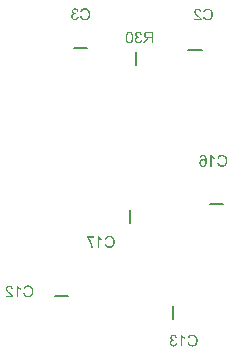
<source format=gbo>
G04*
G04 #@! TF.GenerationSoftware,Altium Limited,Altium Designer,20.0.10 (225)*
G04*
G04 Layer_Color=32896*
%FSLAX24Y24*%
%MOIN*%
G70*
G01*
G75*
%ADD12C,0.0079*%
G36*
X25604Y22604D02*
X25619Y22601D01*
X25632Y22597D01*
X25643Y22592D01*
X25648Y22590D01*
X25652Y22587D01*
X25656Y22585D01*
X25658Y22583D01*
X25661Y22581D01*
X25662Y22580D01*
X25663Y22580D01*
X25664Y22579D01*
X25674Y22568D01*
X25683Y22557D01*
X25689Y22545D01*
X25695Y22532D01*
X25698Y22522D01*
X25700Y22517D01*
X25701Y22514D01*
X25702Y22510D01*
X25702Y22508D01*
X25703Y22506D01*
Y22506D01*
X25656Y22497D01*
X25653Y22510D01*
X25650Y22520D01*
X25646Y22529D01*
X25642Y22536D01*
X25638Y22542D01*
X25635Y22546D01*
X25633Y22548D01*
X25632Y22549D01*
X25625Y22555D01*
X25617Y22559D01*
X25610Y22562D01*
X25603Y22564D01*
X25596Y22565D01*
X25591Y22566D01*
X25587D01*
X25577Y22566D01*
X25568Y22563D01*
X25560Y22561D01*
X25553Y22558D01*
X25548Y22555D01*
X25545Y22552D01*
X25542Y22550D01*
X25541Y22549D01*
X25535Y22542D01*
X25531Y22535D01*
X25528Y22528D01*
X25526Y22521D01*
X25525Y22515D01*
X25523Y22511D01*
Y22507D01*
Y22507D01*
Y22506D01*
Y22500D01*
X25525Y22495D01*
X25527Y22485D01*
X25531Y22477D01*
X25536Y22470D01*
X25540Y22465D01*
X25544Y22461D01*
X25547Y22459D01*
X25547Y22458D01*
X25548D01*
X25557Y22453D01*
X25566Y22449D01*
X25576Y22446D01*
X25584Y22445D01*
X25591Y22444D01*
X25597Y22442D01*
X25604D01*
X25607Y22443D01*
X25609D01*
X25615Y22401D01*
X25608Y22403D01*
X25601Y22404D01*
X25596Y22405D01*
X25591Y22406D01*
X25587Y22406D01*
X25582D01*
X25570Y22405D01*
X25560Y22403D01*
X25550Y22400D01*
X25542Y22396D01*
X25536Y22392D01*
X25532Y22389D01*
X25529Y22386D01*
X25528Y22385D01*
X25521Y22377D01*
X25515Y22368D01*
X25511Y22359D01*
X25509Y22350D01*
X25507Y22343D01*
X25507Y22337D01*
X25506Y22335D01*
Y22333D01*
Y22332D01*
Y22331D01*
X25507Y22319D01*
X25510Y22308D01*
X25513Y22299D01*
X25518Y22290D01*
X25522Y22284D01*
X25526Y22279D01*
X25528Y22275D01*
X25530Y22274D01*
X25538Y22267D01*
X25548Y22261D01*
X25557Y22257D01*
X25566Y22254D01*
X25574Y22253D01*
X25580Y22252D01*
X25582Y22252D01*
X25586D01*
X25596Y22252D01*
X25605Y22254D01*
X25613Y22257D01*
X25620Y22260D01*
X25626Y22263D01*
X25630Y22266D01*
X25632Y22268D01*
X25633Y22269D01*
X25640Y22277D01*
X25646Y22285D01*
X25651Y22295D01*
X25654Y22305D01*
X25657Y22313D01*
X25658Y22317D01*
X25659Y22320D01*
X25659Y22323D01*
X25660Y22325D01*
X25661Y22326D01*
Y22327D01*
X25708Y22321D01*
X25707Y22312D01*
X25705Y22304D01*
X25700Y22288D01*
X25694Y22275D01*
X25691Y22269D01*
X25687Y22264D01*
X25684Y22259D01*
X25681Y22255D01*
X25678Y22251D01*
X25675Y22248D01*
X25673Y22246D01*
X25672Y22244D01*
X25671Y22243D01*
X25670Y22243D01*
X25663Y22238D01*
X25657Y22233D01*
X25650Y22229D01*
X25643Y22225D01*
X25629Y22220D01*
X25616Y22217D01*
X25609Y22215D01*
X25604Y22214D01*
X25599Y22214D01*
X25594Y22213D01*
X25591Y22213D01*
X25586D01*
X25576Y22213D01*
X25566Y22214D01*
X25557Y22216D01*
X25548Y22218D01*
X25540Y22221D01*
X25532Y22224D01*
X25525Y22227D01*
X25519Y22230D01*
X25513Y22233D01*
X25508Y22237D01*
X25503Y22239D01*
X25500Y22242D01*
X25497Y22244D01*
X25495Y22246D01*
X25494Y22247D01*
X25493Y22248D01*
X25487Y22254D01*
X25481Y22262D01*
X25476Y22269D01*
X25472Y22276D01*
X25468Y22283D01*
X25465Y22290D01*
X25461Y22303D01*
X25460Y22309D01*
X25459Y22315D01*
X25457Y22320D01*
X25457Y22324D01*
X25456Y22328D01*
Y22330D01*
Y22332D01*
Y22333D01*
X25457Y22346D01*
X25459Y22358D01*
X25462Y22369D01*
X25466Y22378D01*
X25469Y22385D01*
X25472Y22390D01*
X25475Y22394D01*
X25475Y22395D01*
X25483Y22403D01*
X25491Y22410D01*
X25500Y22416D01*
X25509Y22420D01*
X25517Y22424D01*
X25523Y22426D01*
X25525Y22426D01*
X25527Y22427D01*
X25528Y22427D01*
X25528D01*
X25519Y22432D01*
X25511Y22437D01*
X25505Y22443D01*
X25499Y22448D01*
X25495Y22452D01*
X25491Y22456D01*
X25490Y22459D01*
X25489Y22460D01*
X25485Y22467D01*
X25481Y22475D01*
X25478Y22483D01*
X25477Y22490D01*
X25476Y22496D01*
X25475Y22501D01*
Y22504D01*
Y22505D01*
X25476Y22515D01*
X25477Y22524D01*
X25480Y22532D01*
X25482Y22540D01*
X25485Y22546D01*
X25487Y22551D01*
X25489Y22553D01*
X25490Y22555D01*
X25495Y22563D01*
X25502Y22570D01*
X25508Y22576D01*
X25515Y22582D01*
X25521Y22586D01*
X25526Y22589D01*
X25529Y22591D01*
X25530Y22591D01*
X25530D01*
X25540Y22596D01*
X25550Y22599D01*
X25560Y22602D01*
X25569Y22603D01*
X25576Y22605D01*
X25582Y22605D01*
X25596D01*
X25604Y22604D01*
D02*
G37*
G36*
X26076Y22219D02*
X26025D01*
Y22390D01*
X25959D01*
X25953Y22389D01*
X25949D01*
X25945Y22389D01*
X25942Y22388D01*
X25940D01*
X25939Y22388D01*
X25938D01*
X25929Y22385D01*
X25925Y22383D01*
X25922Y22381D01*
X25919Y22380D01*
X25916Y22379D01*
X25915Y22378D01*
X25915Y22378D01*
X25910Y22374D01*
X25906Y22370D01*
X25898Y22362D01*
X25894Y22358D01*
X25891Y22355D01*
X25889Y22353D01*
X25889Y22352D01*
X25883Y22344D01*
X25877Y22336D01*
X25871Y22327D01*
X25865Y22319D01*
X25860Y22311D01*
X25856Y22305D01*
X25854Y22303D01*
X25853Y22301D01*
X25852Y22300D01*
Y22299D01*
X25801Y22219D01*
X25738D01*
X25804Y22324D01*
X25812Y22335D01*
X25819Y22345D01*
X25826Y22353D01*
X25833Y22361D01*
X25838Y22366D01*
X25843Y22371D01*
X25845Y22374D01*
X25846Y22375D01*
X25851Y22378D01*
X25856Y22382D01*
X25866Y22388D01*
X25870Y22390D01*
X25874Y22393D01*
X25876Y22394D01*
X25877Y22394D01*
X25867Y22396D01*
X25858Y22398D01*
X25849Y22400D01*
X25841Y22403D01*
X25834Y22405D01*
X25827Y22409D01*
X25821Y22411D01*
X25815Y22414D01*
X25811Y22418D01*
X25806Y22420D01*
X25803Y22422D01*
X25800Y22425D01*
X25798Y22426D01*
X25796Y22428D01*
X25796Y22429D01*
X25795Y22429D01*
X25791Y22435D01*
X25787Y22440D01*
X25780Y22452D01*
X25775Y22464D01*
X25772Y22475D01*
X25770Y22484D01*
X25769Y22488D01*
Y22492D01*
X25769Y22495D01*
Y22497D01*
Y22498D01*
Y22499D01*
X25769Y22510D01*
X25771Y22521D01*
X25774Y22531D01*
X25777Y22539D01*
X25780Y22546D01*
X25782Y22552D01*
X25784Y22555D01*
X25785Y22556D01*
Y22556D01*
X25792Y22565D01*
X25798Y22573D01*
X25805Y22580D01*
X25812Y22585D01*
X25818Y22588D01*
X25823Y22591D01*
X25826Y22592D01*
X25827Y22593D01*
X25828D01*
X25833Y22595D01*
X25839Y22596D01*
X25851Y22599D01*
X25864Y22601D01*
X25876Y22602D01*
X25888Y22603D01*
X25893D01*
X25898Y22603D01*
X26076D01*
Y22219D01*
D02*
G37*
G36*
X25299Y22604D02*
X25313Y22602D01*
X25325Y22598D01*
X25335Y22594D01*
X25343Y22590D01*
X25346Y22588D01*
X25349Y22586D01*
X25351Y22585D01*
X25353Y22583D01*
X25354Y22582D01*
X25354D01*
X25364Y22573D01*
X25372Y22563D01*
X25380Y22552D01*
X25385Y22542D01*
X25390Y22533D01*
X25392Y22529D01*
X25393Y22525D01*
X25394Y22522D01*
X25395Y22520D01*
X25396Y22519D01*
Y22519D01*
X25398Y22510D01*
X25400Y22502D01*
X25404Y22484D01*
X25406Y22465D01*
X25408Y22448D01*
X25409Y22440D01*
X25409Y22432D01*
Y22426D01*
X25410Y22420D01*
Y22415D01*
Y22411D01*
Y22409D01*
Y22409D01*
X25409Y22389D01*
X25408Y22371D01*
X25406Y22354D01*
X25404Y22339D01*
X25401Y22324D01*
X25397Y22311D01*
X25394Y22300D01*
X25391Y22290D01*
X25387Y22281D01*
X25384Y22273D01*
X25381Y22267D01*
X25378Y22262D01*
X25375Y22257D01*
X25374Y22254D01*
X25372Y22253D01*
X25372Y22252D01*
X25366Y22245D01*
X25359Y22239D01*
X25352Y22234D01*
X25345Y22229D01*
X25338Y22225D01*
X25330Y22222D01*
X25323Y22220D01*
X25316Y22218D01*
X25310Y22216D01*
X25304Y22215D01*
X25298Y22214D01*
X25294Y22213D01*
X25290Y22213D01*
X25284D01*
X25269Y22214D01*
X25255Y22216D01*
X25244Y22220D01*
X25234Y22224D01*
X25225Y22228D01*
X25223Y22230D01*
X25220Y22232D01*
X25218Y22233D01*
X25216Y22234D01*
X25215Y22235D01*
X25215D01*
X25205Y22244D01*
X25197Y22254D01*
X25189Y22265D01*
X25184Y22275D01*
X25179Y22285D01*
X25177Y22289D01*
X25176Y22293D01*
X25175Y22295D01*
X25174Y22298D01*
X25173Y22299D01*
Y22299D01*
X25170Y22308D01*
X25168Y22316D01*
X25165Y22334D01*
X25162Y22352D01*
X25160Y22370D01*
X25160Y22378D01*
X25159Y22385D01*
Y22391D01*
X25159Y22398D01*
Y22402D01*
Y22406D01*
Y22408D01*
Y22409D01*
Y22419D01*
X25159Y22429D01*
Y22438D01*
X25160Y22447D01*
X25161Y22455D01*
X25162Y22462D01*
X25162Y22469D01*
X25163Y22475D01*
X25164Y22481D01*
X25165Y22486D01*
X25165Y22490D01*
X25166Y22493D01*
X25167Y22496D01*
X25167Y22497D01*
X25168Y22499D01*
Y22499D01*
X25171Y22511D01*
X25175Y22522D01*
X25179Y22532D01*
X25183Y22540D01*
X25187Y22547D01*
X25189Y22552D01*
X25191Y22555D01*
X25192Y22556D01*
X25198Y22565D01*
X25204Y22572D01*
X25210Y22578D01*
X25217Y22583D01*
X25222Y22587D01*
X25227Y22590D01*
X25229Y22592D01*
X25230Y22592D01*
X25230D01*
X25239Y22597D01*
X25249Y22600D01*
X25258Y22602D01*
X25266Y22603D01*
X25273Y22605D01*
X25279Y22605D01*
X25284D01*
X25299Y22604D01*
D02*
G37*
G36*
X24272Y15784D02*
X24278Y15775D01*
X24286Y15767D01*
X24292Y15759D01*
X24299Y15752D01*
X24304Y15747D01*
X24306Y15745D01*
X24308Y15743D01*
X24308Y15743D01*
X24309Y15742D01*
X24321Y15733D01*
X24332Y15724D01*
X24343Y15716D01*
X24354Y15710D01*
X24364Y15704D01*
X24368Y15702D01*
X24371Y15700D01*
X24374Y15699D01*
X24376Y15698D01*
X24377Y15697D01*
X24378D01*
Y15652D01*
X24369Y15655D01*
X24361Y15659D01*
X24353Y15663D01*
X24345Y15667D01*
X24338Y15670D01*
X24333Y15673D01*
X24329Y15675D01*
X24329Y15675D01*
X24328D01*
X24318Y15682D01*
X24309Y15688D01*
X24302Y15693D01*
X24296Y15698D01*
X24290Y15702D01*
X24287Y15705D01*
X24284Y15708D01*
X24283Y15708D01*
Y15408D01*
X24236D01*
Y15794D01*
X24267D01*
X24272Y15784D01*
D02*
G37*
G36*
X24634Y15798D02*
X24652Y15795D01*
X24667Y15791D01*
X24675Y15789D01*
X24681Y15787D01*
X24687Y15785D01*
X24693Y15783D01*
X24697Y15781D01*
X24702Y15779D01*
X24705Y15778D01*
X24707Y15776D01*
X24709Y15776D01*
X24709Y15775D01*
X24724Y15766D01*
X24737Y15755D01*
X24748Y15744D01*
X24757Y15733D01*
X24765Y15723D01*
X24767Y15718D01*
X24770Y15714D01*
X24772Y15712D01*
X24773Y15709D01*
X24773Y15708D01*
X24774Y15707D01*
X24782Y15690D01*
X24787Y15672D01*
X24791Y15654D01*
X24794Y15638D01*
X24795Y15631D01*
X24796Y15624D01*
X24796Y15618D01*
Y15613D01*
X24797Y15609D01*
Y15606D01*
Y15603D01*
Y15603D01*
X24796Y15583D01*
X24793Y15563D01*
X24791Y15546D01*
X24788Y15538D01*
X24787Y15531D01*
X24785Y15524D01*
X24783Y15518D01*
X24781Y15512D01*
X24780Y15508D01*
X24778Y15505D01*
X24778Y15502D01*
X24777Y15500D01*
Y15500D01*
X24768Y15483D01*
X24759Y15468D01*
X24749Y15455D01*
X24744Y15450D01*
X24740Y15445D01*
X24735Y15441D01*
X24731Y15437D01*
X24727Y15433D01*
X24723Y15431D01*
X24721Y15429D01*
X24719Y15427D01*
X24718Y15427D01*
X24717Y15426D01*
X24710Y15422D01*
X24702Y15418D01*
X24685Y15412D01*
X24669Y15407D01*
X24652Y15405D01*
X24645Y15404D01*
X24638Y15402D01*
X24632Y15402D01*
X24627D01*
X24622Y15401D01*
X24616D01*
X24605Y15402D01*
X24595Y15403D01*
X24585Y15404D01*
X24575Y15406D01*
X24566Y15409D01*
X24558Y15412D01*
X24550Y15415D01*
X24543Y15418D01*
X24537Y15421D01*
X24531Y15424D01*
X24526Y15426D01*
X24522Y15429D01*
X24519Y15431D01*
X24516Y15432D01*
X24515Y15433D01*
X24515Y15434D01*
X24507Y15441D01*
X24500Y15447D01*
X24494Y15455D01*
X24488Y15463D01*
X24478Y15478D01*
X24470Y15494D01*
X24467Y15501D01*
X24464Y15508D01*
X24462Y15514D01*
X24460Y15519D01*
X24459Y15523D01*
X24458Y15527D01*
X24457Y15529D01*
Y15530D01*
X24508Y15542D01*
X24510Y15533D01*
X24513Y15525D01*
X24516Y15517D01*
X24519Y15510D01*
X24522Y15503D01*
X24525Y15498D01*
X24529Y15492D01*
X24533Y15487D01*
X24535Y15483D01*
X24539Y15480D01*
X24541Y15476D01*
X24544Y15473D01*
X24546Y15472D01*
X24548Y15470D01*
X24548Y15470D01*
X24549Y15469D01*
X24554Y15465D01*
X24560Y15461D01*
X24573Y15455D01*
X24584Y15451D01*
X24596Y15448D01*
X24606Y15446D01*
X24610Y15445D01*
X24614D01*
X24617Y15445D01*
X24621D01*
X24634Y15445D01*
X24646Y15447D01*
X24657Y15450D01*
X24667Y15453D01*
X24675Y15457D01*
X24678Y15458D01*
X24681Y15460D01*
X24683Y15461D01*
X24685Y15462D01*
X24686Y15462D01*
X24686D01*
X24697Y15470D01*
X24706Y15478D01*
X24714Y15488D01*
X24720Y15497D01*
X24725Y15505D01*
X24728Y15511D01*
X24729Y15514D01*
X24730Y15516D01*
X24731Y15517D01*
Y15517D01*
X24735Y15532D01*
X24738Y15546D01*
X24741Y15561D01*
X24743Y15574D01*
X24743Y15580D01*
X24744Y15586D01*
Y15591D01*
X24745Y15594D01*
Y15598D01*
Y15601D01*
Y15602D01*
Y15603D01*
X24744Y15617D01*
X24743Y15631D01*
X24741Y15643D01*
X24738Y15654D01*
X24737Y15663D01*
X24736Y15667D01*
X24735Y15670D01*
X24734Y15673D01*
X24733Y15675D01*
X24733Y15676D01*
Y15677D01*
X24727Y15689D01*
X24721Y15701D01*
X24715Y15710D01*
X24707Y15719D01*
X24701Y15725D01*
X24696Y15730D01*
X24692Y15733D01*
X24692Y15734D01*
X24691D01*
X24680Y15741D01*
X24667Y15747D01*
X24655Y15750D01*
X24643Y15753D01*
X24632Y15754D01*
X24628Y15755D01*
X24624D01*
X24621Y15755D01*
X24617D01*
X24603Y15755D01*
X24590Y15753D01*
X24580Y15749D01*
X24570Y15746D01*
X24563Y15742D01*
X24558Y15739D01*
X24554Y15737D01*
X24553Y15736D01*
X24544Y15728D01*
X24536Y15718D01*
X24529Y15708D01*
X24524Y15698D01*
X24519Y15689D01*
X24518Y15685D01*
X24516Y15682D01*
X24515Y15679D01*
X24514Y15677D01*
X24514Y15675D01*
Y15675D01*
X24464Y15687D01*
X24467Y15697D01*
X24470Y15705D01*
X24475Y15714D01*
X24479Y15722D01*
X24483Y15729D01*
X24488Y15736D01*
X24493Y15743D01*
X24497Y15748D01*
X24501Y15753D01*
X24505Y15757D01*
X24509Y15761D01*
X24512Y15764D01*
X24515Y15767D01*
X24517Y15768D01*
X24518Y15769D01*
X24519Y15769D01*
X24526Y15774D01*
X24534Y15779D01*
X24542Y15783D01*
X24550Y15786D01*
X24567Y15791D01*
X24582Y15795D01*
X24589Y15796D01*
X24595Y15797D01*
X24601Y15798D01*
X24606Y15798D01*
X24610Y15799D01*
X24616D01*
X24634Y15798D01*
D02*
G37*
G36*
X24112Y15742D02*
X23924D01*
X23937Y15725D01*
X23950Y15708D01*
X23961Y15692D01*
X23971Y15675D01*
X23976Y15668D01*
X23980Y15662D01*
X23984Y15655D01*
X23986Y15651D01*
X23989Y15646D01*
X23990Y15643D01*
X23991Y15641D01*
X23992Y15641D01*
X24003Y15618D01*
X24013Y15596D01*
X24021Y15575D01*
X24025Y15566D01*
X24028Y15556D01*
X24031Y15548D01*
X24034Y15540D01*
X24036Y15533D01*
X24038Y15528D01*
X24039Y15523D01*
X24040Y15520D01*
X24041Y15517D01*
Y15517D01*
X24046Y15494D01*
X24049Y15483D01*
X24050Y15473D01*
X24052Y15463D01*
X24054Y15454D01*
X24055Y15446D01*
X24056Y15438D01*
X24056Y15432D01*
X24057Y15426D01*
X24057Y15420D01*
Y15416D01*
X24058Y15412D01*
Y15410D01*
Y15409D01*
Y15408D01*
X24010D01*
X24008Y15429D01*
X24005Y15448D01*
X24003Y15466D01*
X24001Y15475D01*
X23999Y15482D01*
X23998Y15489D01*
X23996Y15495D01*
X23995Y15501D01*
X23994Y15505D01*
X23993Y15508D01*
X23993Y15511D01*
X23992Y15513D01*
Y15513D01*
X23984Y15539D01*
X23975Y15563D01*
X23970Y15574D01*
X23966Y15586D01*
X23961Y15596D01*
X23956Y15606D01*
X23953Y15614D01*
X23949Y15622D01*
X23945Y15629D01*
X23943Y15635D01*
X23940Y15640D01*
X23938Y15643D01*
X23937Y15646D01*
X23937Y15646D01*
X23930Y15658D01*
X23923Y15669D01*
X23917Y15680D01*
X23910Y15690D01*
X23904Y15699D01*
X23898Y15708D01*
X23892Y15715D01*
X23887Y15722D01*
X23882Y15729D01*
X23877Y15734D01*
X23873Y15739D01*
X23869Y15743D01*
X23867Y15746D01*
X23865Y15748D01*
X23864Y15749D01*
X23863Y15750D01*
Y15787D01*
X24112D01*
Y15742D01*
D02*
G37*
G36*
X28022Y18484D02*
X28028Y18475D01*
X28036Y18467D01*
X28042Y18459D01*
X28049Y18452D01*
X28054Y18447D01*
X28056Y18445D01*
X28058Y18443D01*
X28058Y18443D01*
X28059Y18442D01*
X28071Y18433D01*
X28082Y18424D01*
X28093Y18416D01*
X28104Y18410D01*
X28114Y18404D01*
X28118Y18402D01*
X28121Y18400D01*
X28124Y18399D01*
X28126Y18398D01*
X28127Y18397D01*
X28128D01*
Y18352D01*
X28119Y18355D01*
X28111Y18359D01*
X28103Y18363D01*
X28095Y18367D01*
X28088Y18370D01*
X28083Y18373D01*
X28079Y18375D01*
X28079Y18375D01*
X28078D01*
X28068Y18382D01*
X28059Y18388D01*
X28052Y18393D01*
X28046Y18398D01*
X28040Y18402D01*
X28037Y18405D01*
X28034Y18408D01*
X28033Y18408D01*
Y18108D01*
X27986D01*
Y18494D01*
X28017D01*
X28022Y18484D01*
D02*
G37*
G36*
X27740Y18493D02*
X27751Y18492D01*
X27761Y18490D01*
X27770Y18487D01*
X27779Y18483D01*
X27787Y18480D01*
X27794Y18475D01*
X27801Y18471D01*
X27806Y18468D01*
X27812Y18463D01*
X27816Y18460D01*
X27820Y18457D01*
X27822Y18453D01*
X27825Y18451D01*
X27826Y18450D01*
X27826Y18449D01*
X27834Y18439D01*
X27840Y18428D01*
X27845Y18415D01*
X27850Y18403D01*
X27854Y18389D01*
X27857Y18376D01*
X27860Y18362D01*
X27862Y18349D01*
X27864Y18337D01*
X27865Y18325D01*
X27866Y18314D01*
X27867Y18306D01*
Y18298D01*
X27867Y18292D01*
Y18290D01*
Y18288D01*
Y18288D01*
Y18287D01*
X27867Y18269D01*
X27866Y18253D01*
X27864Y18237D01*
X27861Y18223D01*
X27859Y18210D01*
X27856Y18198D01*
X27852Y18188D01*
X27849Y18178D01*
X27845Y18171D01*
X27842Y18163D01*
X27839Y18158D01*
X27836Y18153D01*
X27834Y18149D01*
X27832Y18147D01*
X27831Y18145D01*
X27830Y18145D01*
X27823Y18137D01*
X27815Y18130D01*
X27807Y18125D01*
X27800Y18120D01*
X27791Y18115D01*
X27784Y18112D01*
X27776Y18109D01*
X27768Y18107D01*
X27761Y18105D01*
X27755Y18104D01*
X27749Y18102D01*
X27744Y18102D01*
X27740D01*
X27737Y18101D01*
X27734D01*
X27721Y18102D01*
X27710Y18104D01*
X27699Y18106D01*
X27690Y18110D01*
X27683Y18112D01*
X27677Y18115D01*
X27675Y18116D01*
X27673Y18117D01*
X27673Y18117D01*
X27672D01*
X27663Y18124D01*
X27654Y18132D01*
X27647Y18140D01*
X27640Y18147D01*
X27635Y18155D01*
X27632Y18160D01*
X27631Y18162D01*
X27630Y18164D01*
X27629Y18165D01*
Y18165D01*
X27624Y18177D01*
X27620Y18189D01*
X27617Y18200D01*
X27615Y18211D01*
X27614Y18220D01*
Y18223D01*
X27613Y18226D01*
Y18229D01*
Y18231D01*
Y18232D01*
Y18232D01*
X27614Y18242D01*
X27615Y18252D01*
X27617Y18261D01*
X27618Y18269D01*
X27621Y18277D01*
X27624Y18285D01*
X27627Y18292D01*
X27630Y18298D01*
X27633Y18303D01*
X27636Y18308D01*
X27639Y18312D01*
X27642Y18316D01*
X27643Y18319D01*
X27645Y18321D01*
X27646Y18322D01*
X27647Y18322D01*
X27653Y18328D01*
X27659Y18334D01*
X27667Y18338D01*
X27673Y18342D01*
X27680Y18346D01*
X27687Y18349D01*
X27699Y18353D01*
X27705Y18354D01*
X27710Y18355D01*
X27715Y18356D01*
X27719Y18357D01*
X27723Y18357D01*
X27727D01*
X27737Y18357D01*
X27746Y18355D01*
X27755Y18353D01*
X27763Y18351D01*
X27770Y18348D01*
X27775Y18347D01*
X27778Y18345D01*
X27779Y18344D01*
X27779D01*
X27788Y18339D01*
X27796Y18333D01*
X27803Y18327D01*
X27809Y18320D01*
X27814Y18314D01*
X27817Y18310D01*
X27820Y18307D01*
X27820Y18306D01*
Y18316D01*
X27820Y18326D01*
X27819Y18335D01*
X27818Y18344D01*
X27817Y18352D01*
X27816Y18359D01*
X27815Y18365D01*
X27814Y18372D01*
X27812Y18377D01*
X27811Y18382D01*
X27810Y18385D01*
X27810Y18389D01*
X27809Y18391D01*
X27808Y18393D01*
X27807Y18394D01*
Y18394D01*
X27802Y18405D01*
X27796Y18415D01*
X27790Y18423D01*
X27785Y18430D01*
X27780Y18435D01*
X27776Y18439D01*
X27773Y18442D01*
X27772Y18442D01*
X27765Y18447D01*
X27759Y18449D01*
X27752Y18452D01*
X27745Y18453D01*
X27740Y18454D01*
X27736Y18455D01*
X27732D01*
X27722Y18454D01*
X27713Y18452D01*
X27705Y18448D01*
X27698Y18445D01*
X27692Y18441D01*
X27688Y18438D01*
X27686Y18435D01*
X27685Y18434D01*
X27681Y18429D01*
X27677Y18423D01*
X27674Y18417D01*
X27672Y18410D01*
X27669Y18404D01*
X27668Y18399D01*
X27667Y18395D01*
X27667Y18395D01*
Y18394D01*
X27619Y18398D01*
X27623Y18414D01*
X27628Y18428D01*
X27633Y18440D01*
X27639Y18450D01*
X27645Y18458D01*
X27648Y18461D01*
X27650Y18464D01*
X27652Y18465D01*
X27654Y18467D01*
X27654Y18468D01*
X27655Y18468D01*
X27660Y18473D01*
X27667Y18476D01*
X27679Y18483D01*
X27691Y18488D01*
X27703Y18490D01*
X27713Y18493D01*
X27718Y18493D01*
X27721D01*
X27725Y18494D01*
X27729D01*
X27740Y18493D01*
D02*
G37*
G36*
X28384Y18498D02*
X28402Y18495D01*
X28417Y18491D01*
X28425Y18489D01*
X28431Y18487D01*
X28437Y18485D01*
X28443Y18483D01*
X28447Y18481D01*
X28452Y18479D01*
X28455Y18478D01*
X28457Y18476D01*
X28459Y18476D01*
X28459Y18475D01*
X28474Y18466D01*
X28487Y18455D01*
X28498Y18444D01*
X28507Y18433D01*
X28515Y18423D01*
X28517Y18418D01*
X28520Y18414D01*
X28522Y18412D01*
X28523Y18409D01*
X28523Y18408D01*
X28524Y18407D01*
X28532Y18390D01*
X28537Y18372D01*
X28541Y18354D01*
X28544Y18338D01*
X28545Y18331D01*
X28546Y18324D01*
X28546Y18318D01*
Y18313D01*
X28547Y18309D01*
Y18306D01*
Y18303D01*
Y18303D01*
X28546Y18283D01*
X28543Y18263D01*
X28541Y18246D01*
X28538Y18238D01*
X28537Y18231D01*
X28535Y18224D01*
X28533Y18218D01*
X28531Y18212D01*
X28530Y18208D01*
X28528Y18205D01*
X28528Y18202D01*
X28527Y18200D01*
Y18200D01*
X28518Y18183D01*
X28509Y18168D01*
X28499Y18155D01*
X28494Y18150D01*
X28490Y18145D01*
X28485Y18141D01*
X28481Y18137D01*
X28477Y18133D01*
X28473Y18131D01*
X28471Y18129D01*
X28469Y18127D01*
X28468Y18127D01*
X28467Y18126D01*
X28460Y18122D01*
X28452Y18118D01*
X28435Y18112D01*
X28419Y18107D01*
X28402Y18105D01*
X28395Y18104D01*
X28388Y18102D01*
X28382Y18102D01*
X28377D01*
X28372Y18101D01*
X28366D01*
X28355Y18102D01*
X28345Y18103D01*
X28335Y18104D01*
X28325Y18106D01*
X28316Y18109D01*
X28308Y18112D01*
X28300Y18115D01*
X28293Y18118D01*
X28287Y18121D01*
X28281Y18124D01*
X28276Y18126D01*
X28272Y18129D01*
X28269Y18131D01*
X28266Y18132D01*
X28265Y18133D01*
X28265Y18134D01*
X28257Y18141D01*
X28250Y18147D01*
X28244Y18155D01*
X28238Y18163D01*
X28228Y18178D01*
X28220Y18194D01*
X28217Y18201D01*
X28214Y18208D01*
X28212Y18214D01*
X28210Y18219D01*
X28209Y18223D01*
X28208Y18227D01*
X28207Y18229D01*
Y18230D01*
X28258Y18242D01*
X28260Y18233D01*
X28263Y18225D01*
X28266Y18217D01*
X28269Y18210D01*
X28272Y18203D01*
X28275Y18198D01*
X28279Y18192D01*
X28283Y18187D01*
X28285Y18183D01*
X28289Y18180D01*
X28291Y18176D01*
X28294Y18173D01*
X28296Y18172D01*
X28298Y18170D01*
X28298Y18170D01*
X28299Y18169D01*
X28304Y18165D01*
X28310Y18161D01*
X28323Y18155D01*
X28334Y18151D01*
X28346Y18148D01*
X28356Y18146D01*
X28360Y18145D01*
X28364D01*
X28367Y18145D01*
X28371D01*
X28384Y18145D01*
X28396Y18147D01*
X28407Y18150D01*
X28417Y18153D01*
X28425Y18157D01*
X28428Y18158D01*
X28431Y18160D01*
X28433Y18161D01*
X28435Y18162D01*
X28436Y18162D01*
X28436D01*
X28447Y18170D01*
X28456Y18178D01*
X28464Y18188D01*
X28470Y18197D01*
X28475Y18205D01*
X28478Y18211D01*
X28479Y18214D01*
X28480Y18216D01*
X28481Y18217D01*
Y18217D01*
X28485Y18232D01*
X28488Y18246D01*
X28491Y18261D01*
X28493Y18274D01*
X28493Y18280D01*
X28494Y18286D01*
Y18291D01*
X28495Y18294D01*
Y18298D01*
Y18301D01*
Y18302D01*
Y18303D01*
X28494Y18317D01*
X28493Y18331D01*
X28491Y18343D01*
X28488Y18354D01*
X28487Y18363D01*
X28486Y18367D01*
X28485Y18370D01*
X28484Y18373D01*
X28483Y18375D01*
X28483Y18376D01*
Y18377D01*
X28477Y18389D01*
X28471Y18401D01*
X28465Y18410D01*
X28457Y18419D01*
X28451Y18425D01*
X28446Y18430D01*
X28442Y18433D01*
X28442Y18434D01*
X28441D01*
X28430Y18441D01*
X28417Y18447D01*
X28405Y18450D01*
X28393Y18453D01*
X28382Y18454D01*
X28378Y18455D01*
X28374D01*
X28371Y18455D01*
X28367D01*
X28353Y18455D01*
X28340Y18453D01*
X28330Y18449D01*
X28320Y18446D01*
X28313Y18442D01*
X28308Y18439D01*
X28304Y18437D01*
X28303Y18436D01*
X28294Y18428D01*
X28286Y18418D01*
X28279Y18408D01*
X28274Y18398D01*
X28269Y18389D01*
X28268Y18385D01*
X28266Y18382D01*
X28265Y18379D01*
X28264Y18377D01*
X28264Y18375D01*
Y18375D01*
X28214Y18387D01*
X28217Y18397D01*
X28220Y18405D01*
X28225Y18414D01*
X28229Y18422D01*
X28233Y18429D01*
X28238Y18436D01*
X28243Y18443D01*
X28247Y18448D01*
X28251Y18453D01*
X28255Y18457D01*
X28259Y18461D01*
X28262Y18464D01*
X28265Y18467D01*
X28267Y18468D01*
X28268Y18469D01*
X28269Y18469D01*
X28276Y18474D01*
X28284Y18479D01*
X28292Y18483D01*
X28300Y18486D01*
X28317Y18491D01*
X28332Y18495D01*
X28339Y18496D01*
X28345Y18497D01*
X28351Y18498D01*
X28356Y18498D01*
X28360Y18499D01*
X28366D01*
X28384Y18498D01*
D02*
G37*
G36*
X26771Y12503D02*
X26786Y12500D01*
X26799Y12495D01*
X26810Y12491D01*
X26815Y12488D01*
X26819Y12486D01*
X26822Y12484D01*
X26825Y12481D01*
X26827Y12480D01*
X26829Y12479D01*
X26830Y12478D01*
X26831Y12478D01*
X26841Y12467D01*
X26850Y12455D01*
X26856Y12443D01*
X26862Y12431D01*
X26865Y12420D01*
X26867Y12416D01*
X26868Y12412D01*
X26869Y12409D01*
X26869Y12407D01*
X26870Y12405D01*
Y12404D01*
X26822Y12396D01*
X26820Y12408D01*
X26817Y12419D01*
X26813Y12428D01*
X26809Y12435D01*
X26805Y12440D01*
X26802Y12444D01*
X26800Y12447D01*
X26799Y12448D01*
X26792Y12453D01*
X26784Y12458D01*
X26777Y12460D01*
X26770Y12463D01*
X26763Y12464D01*
X26758Y12465D01*
X26754D01*
X26744Y12464D01*
X26735Y12462D01*
X26727Y12459D01*
X26720Y12457D01*
X26715Y12453D01*
X26711Y12450D01*
X26709Y12448D01*
X26708Y12448D01*
X26702Y12441D01*
X26698Y12434D01*
X26695Y12427D01*
X26693Y12420D01*
X26692Y12414D01*
X26690Y12409D01*
Y12406D01*
Y12405D01*
Y12405D01*
Y12399D01*
X26692Y12393D01*
X26694Y12384D01*
X26698Y12375D01*
X26703Y12368D01*
X26707Y12363D01*
X26711Y12359D01*
X26714Y12357D01*
X26714Y12357D01*
X26715D01*
X26724Y12352D01*
X26733Y12348D01*
X26743Y12345D01*
X26751Y12343D01*
X26758Y12342D01*
X26764Y12341D01*
X26771D01*
X26774Y12342D01*
X26776D01*
X26782Y12300D01*
X26775Y12302D01*
X26768Y12303D01*
X26763Y12304D01*
X26758Y12304D01*
X26754Y12305D01*
X26749D01*
X26737Y12304D01*
X26726Y12302D01*
X26717Y12298D01*
X26709Y12294D01*
X26703Y12291D01*
X26699Y12287D01*
X26696Y12285D01*
X26695Y12284D01*
X26688Y12276D01*
X26682Y12267D01*
X26678Y12258D01*
X26676Y12249D01*
X26674Y12242D01*
X26674Y12236D01*
X26673Y12233D01*
Y12232D01*
Y12231D01*
Y12230D01*
X26674Y12218D01*
X26677Y12207D01*
X26680Y12197D01*
X26685Y12189D01*
X26689Y12182D01*
X26693Y12177D01*
X26695Y12174D01*
X26697Y12173D01*
X26705Y12165D01*
X26715Y12160D01*
X26724Y12156D01*
X26733Y12153D01*
X26741Y12151D01*
X26747Y12151D01*
X26749Y12150D01*
X26753D01*
X26763Y12151D01*
X26772Y12153D01*
X26780Y12156D01*
X26787Y12159D01*
X26793Y12162D01*
X26797Y12165D01*
X26799Y12167D01*
X26800Y12167D01*
X26807Y12175D01*
X26813Y12184D01*
X26817Y12193D01*
X26821Y12203D01*
X26824Y12212D01*
X26825Y12216D01*
X26826Y12219D01*
X26826Y12222D01*
X26827Y12224D01*
X26827Y12225D01*
Y12226D01*
X26875Y12220D01*
X26874Y12211D01*
X26872Y12202D01*
X26867Y12187D01*
X26861Y12173D01*
X26857Y12168D01*
X26854Y12162D01*
X26851Y12157D01*
X26847Y12153D01*
X26845Y12150D01*
X26842Y12147D01*
X26840Y12145D01*
X26839Y12143D01*
X26837Y12142D01*
X26837Y12141D01*
X26830Y12136D01*
X26824Y12131D01*
X26817Y12127D01*
X26810Y12124D01*
X26796Y12119D01*
X26783Y12115D01*
X26776Y12114D01*
X26771Y12113D01*
X26766Y12112D01*
X26761Y12112D01*
X26758Y12111D01*
X26753D01*
X26743Y12112D01*
X26733Y12113D01*
X26724Y12115D01*
X26715Y12117D01*
X26706Y12120D01*
X26699Y12122D01*
X26692Y12126D01*
X26686Y12129D01*
X26680Y12132D01*
X26675Y12135D01*
X26670Y12138D01*
X26667Y12141D01*
X26664Y12143D01*
X26662Y12145D01*
X26661Y12146D01*
X26660Y12146D01*
X26654Y12153D01*
X26648Y12160D01*
X26643Y12167D01*
X26639Y12175D01*
X26635Y12181D01*
X26632Y12188D01*
X26628Y12202D01*
X26627Y12208D01*
X26625Y12213D01*
X26624Y12218D01*
X26624Y12223D01*
X26623Y12226D01*
Y12229D01*
Y12231D01*
Y12231D01*
X26624Y12245D01*
X26626Y12257D01*
X26629Y12267D01*
X26633Y12276D01*
X26636Y12283D01*
X26639Y12289D01*
X26642Y12292D01*
X26642Y12293D01*
X26650Y12302D01*
X26658Y12309D01*
X26667Y12314D01*
X26676Y12319D01*
X26684Y12322D01*
X26690Y12324D01*
X26692Y12325D01*
X26694Y12326D01*
X26695Y12326D01*
X26695D01*
X26686Y12331D01*
X26678Y12336D01*
X26672Y12342D01*
X26666Y12347D01*
X26662Y12351D01*
X26658Y12355D01*
X26657Y12357D01*
X26656Y12358D01*
X26652Y12366D01*
X26648Y12374D01*
X26645Y12382D01*
X26644Y12389D01*
X26643Y12395D01*
X26642Y12399D01*
Y12403D01*
Y12404D01*
X26643Y12413D01*
X26644Y12423D01*
X26647Y12431D01*
X26649Y12438D01*
X26652Y12444D01*
X26654Y12449D01*
X26656Y12452D01*
X26657Y12453D01*
X26662Y12462D01*
X26669Y12469D01*
X26675Y12475D01*
X26682Y12480D01*
X26688Y12484D01*
X26693Y12488D01*
X26696Y12489D01*
X26697Y12490D01*
X26697D01*
X26707Y12494D01*
X26717Y12498D01*
X26727Y12500D01*
X26736Y12502D01*
X26743Y12503D01*
X26749Y12504D01*
X26763D01*
X26771Y12503D01*
D02*
G37*
G36*
X27032Y12494D02*
X27038Y12485D01*
X27046Y12477D01*
X27052Y12469D01*
X27059Y12462D01*
X27064Y12457D01*
X27066Y12455D01*
X27068Y12453D01*
X27068Y12453D01*
X27069Y12452D01*
X27081Y12443D01*
X27092Y12434D01*
X27103Y12426D01*
X27114Y12420D01*
X27124Y12414D01*
X27128Y12412D01*
X27131Y12410D01*
X27134Y12409D01*
X27136Y12408D01*
X27137Y12407D01*
X27138D01*
Y12362D01*
X27129Y12365D01*
X27121Y12369D01*
X27113Y12373D01*
X27105Y12377D01*
X27098Y12380D01*
X27093Y12383D01*
X27089Y12385D01*
X27089Y12385D01*
X27088D01*
X27078Y12392D01*
X27069Y12398D01*
X27062Y12403D01*
X27056Y12408D01*
X27050Y12412D01*
X27047Y12415D01*
X27044Y12418D01*
X27043Y12418D01*
Y12118D01*
X26996D01*
Y12504D01*
X27027D01*
X27032Y12494D01*
D02*
G37*
G36*
X27394Y12508D02*
X27412Y12505D01*
X27427Y12501D01*
X27435Y12499D01*
X27441Y12497D01*
X27447Y12495D01*
X27453Y12493D01*
X27457Y12491D01*
X27462Y12489D01*
X27465Y12488D01*
X27467Y12486D01*
X27469Y12486D01*
X27469Y12485D01*
X27484Y12476D01*
X27497Y12465D01*
X27508Y12454D01*
X27517Y12443D01*
X27525Y12433D01*
X27527Y12428D01*
X27530Y12424D01*
X27532Y12422D01*
X27533Y12419D01*
X27533Y12418D01*
X27534Y12417D01*
X27542Y12400D01*
X27547Y12382D01*
X27551Y12364D01*
X27554Y12348D01*
X27555Y12341D01*
X27556Y12334D01*
X27556Y12328D01*
Y12323D01*
X27557Y12319D01*
Y12316D01*
Y12313D01*
Y12313D01*
X27556Y12293D01*
X27553Y12273D01*
X27551Y12256D01*
X27548Y12248D01*
X27547Y12241D01*
X27545Y12234D01*
X27543Y12228D01*
X27541Y12222D01*
X27540Y12218D01*
X27538Y12215D01*
X27538Y12212D01*
X27537Y12210D01*
Y12210D01*
X27528Y12193D01*
X27519Y12178D01*
X27509Y12165D01*
X27504Y12160D01*
X27500Y12155D01*
X27495Y12151D01*
X27491Y12147D01*
X27487Y12143D01*
X27483Y12141D01*
X27481Y12139D01*
X27479Y12137D01*
X27478Y12137D01*
X27477Y12136D01*
X27470Y12132D01*
X27462Y12128D01*
X27445Y12122D01*
X27429Y12117D01*
X27412Y12115D01*
X27405Y12114D01*
X27398Y12112D01*
X27392Y12112D01*
X27387D01*
X27382Y12111D01*
X27376D01*
X27365Y12112D01*
X27355Y12113D01*
X27345Y12114D01*
X27335Y12116D01*
X27326Y12119D01*
X27318Y12122D01*
X27310Y12125D01*
X27303Y12128D01*
X27297Y12131D01*
X27291Y12134D01*
X27286Y12136D01*
X27282Y12139D01*
X27279Y12141D01*
X27276Y12142D01*
X27275Y12143D01*
X27275Y12144D01*
X27267Y12151D01*
X27260Y12157D01*
X27254Y12165D01*
X27248Y12173D01*
X27238Y12188D01*
X27230Y12204D01*
X27227Y12211D01*
X27224Y12218D01*
X27222Y12224D01*
X27220Y12229D01*
X27219Y12233D01*
X27218Y12237D01*
X27217Y12239D01*
Y12240D01*
X27268Y12252D01*
X27270Y12243D01*
X27273Y12235D01*
X27276Y12227D01*
X27279Y12220D01*
X27282Y12213D01*
X27285Y12208D01*
X27289Y12202D01*
X27293Y12197D01*
X27295Y12193D01*
X27299Y12190D01*
X27301Y12186D01*
X27304Y12183D01*
X27306Y12182D01*
X27308Y12180D01*
X27308Y12180D01*
X27309Y12179D01*
X27314Y12175D01*
X27320Y12171D01*
X27333Y12165D01*
X27344Y12161D01*
X27356Y12158D01*
X27366Y12156D01*
X27370Y12155D01*
X27374D01*
X27377Y12155D01*
X27381D01*
X27394Y12155D01*
X27406Y12157D01*
X27417Y12160D01*
X27427Y12163D01*
X27435Y12167D01*
X27438Y12168D01*
X27441Y12170D01*
X27443Y12171D01*
X27445Y12172D01*
X27446Y12172D01*
X27446D01*
X27457Y12180D01*
X27466Y12188D01*
X27474Y12198D01*
X27480Y12207D01*
X27485Y12215D01*
X27488Y12221D01*
X27489Y12224D01*
X27490Y12226D01*
X27491Y12227D01*
Y12227D01*
X27495Y12242D01*
X27498Y12256D01*
X27501Y12271D01*
X27503Y12284D01*
X27503Y12290D01*
X27504Y12296D01*
Y12301D01*
X27505Y12304D01*
Y12308D01*
Y12311D01*
Y12312D01*
Y12313D01*
X27504Y12327D01*
X27503Y12341D01*
X27501Y12353D01*
X27498Y12364D01*
X27497Y12373D01*
X27496Y12377D01*
X27495Y12380D01*
X27494Y12383D01*
X27493Y12385D01*
X27493Y12386D01*
Y12387D01*
X27487Y12399D01*
X27481Y12411D01*
X27475Y12420D01*
X27467Y12429D01*
X27461Y12435D01*
X27456Y12440D01*
X27452Y12443D01*
X27452Y12444D01*
X27451D01*
X27440Y12451D01*
X27427Y12457D01*
X27415Y12460D01*
X27403Y12463D01*
X27392Y12464D01*
X27388Y12465D01*
X27384D01*
X27381Y12465D01*
X27377D01*
X27363Y12465D01*
X27350Y12463D01*
X27340Y12459D01*
X27330Y12456D01*
X27323Y12452D01*
X27318Y12449D01*
X27314Y12447D01*
X27313Y12446D01*
X27304Y12438D01*
X27296Y12428D01*
X27289Y12418D01*
X27284Y12408D01*
X27279Y12399D01*
X27278Y12395D01*
X27276Y12392D01*
X27275Y12389D01*
X27274Y12387D01*
X27274Y12385D01*
Y12385D01*
X27224Y12397D01*
X27227Y12407D01*
X27230Y12415D01*
X27235Y12424D01*
X27239Y12432D01*
X27243Y12439D01*
X27248Y12446D01*
X27253Y12453D01*
X27257Y12458D01*
X27261Y12463D01*
X27265Y12467D01*
X27269Y12471D01*
X27272Y12474D01*
X27275Y12477D01*
X27277Y12478D01*
X27278Y12479D01*
X27279Y12479D01*
X27286Y12484D01*
X27294Y12489D01*
X27302Y12493D01*
X27310Y12496D01*
X27327Y12501D01*
X27342Y12505D01*
X27349Y12506D01*
X27355Y12507D01*
X27361Y12508D01*
X27366Y12508D01*
X27370Y12509D01*
X27376D01*
X27394Y12508D01*
D02*
G37*
G36*
X21286Y14143D02*
X21296Y14143D01*
X21304Y14141D01*
X21313Y14139D01*
X21321Y14137D01*
X21328Y14135D01*
X21334Y14132D01*
X21341Y14129D01*
X21346Y14126D01*
X21351Y14124D01*
X21354Y14121D01*
X21358Y14119D01*
X21361Y14118D01*
X21362Y14116D01*
X21363Y14115D01*
X21364Y14115D01*
X21369Y14109D01*
X21374Y14103D01*
X21379Y14097D01*
X21383Y14090D01*
X21390Y14077D01*
X21394Y14063D01*
X21396Y14057D01*
X21398Y14051D01*
X21399Y14046D01*
X21400Y14042D01*
X21400Y14038D01*
Y14035D01*
X21401Y14033D01*
Y14033D01*
X21353Y14028D01*
X21352Y14040D01*
X21349Y14052D01*
X21346Y14062D01*
X21342Y14069D01*
X21339Y14076D01*
X21336Y14080D01*
X21333Y14083D01*
X21332Y14084D01*
X21324Y14091D01*
X21315Y14096D01*
X21306Y14100D01*
X21297Y14102D01*
X21290Y14104D01*
X21283Y14104D01*
X21281Y14105D01*
X21277D01*
X21266Y14104D01*
X21255Y14102D01*
X21246Y14099D01*
X21238Y14095D01*
X21232Y14092D01*
X21228Y14089D01*
X21226Y14087D01*
X21225Y14085D01*
X21218Y14078D01*
X21213Y14070D01*
X21209Y14062D01*
X21207Y14054D01*
X21205Y14048D01*
X21205Y14043D01*
X21204Y14039D01*
Y14039D01*
Y14038D01*
X21205Y14028D01*
X21207Y14018D01*
X21211Y14008D01*
X21215Y13999D01*
X21220Y13992D01*
X21223Y13986D01*
X21225Y13984D01*
X21226Y13982D01*
X21227Y13982D01*
Y13981D01*
X21231Y13975D01*
X21237Y13969D01*
X21243Y13962D01*
X21250Y13956D01*
X21263Y13942D01*
X21277Y13929D01*
X21284Y13923D01*
X21291Y13917D01*
X21297Y13912D01*
X21302Y13908D01*
X21306Y13904D01*
X21309Y13902D01*
X21311Y13900D01*
X21312Y13899D01*
X21326Y13888D01*
X21338Y13877D01*
X21349Y13867D01*
X21357Y13858D01*
X21364Y13851D01*
X21369Y13846D01*
X21372Y13843D01*
X21373Y13842D01*
Y13842D01*
X21381Y13832D01*
X21387Y13823D01*
X21393Y13815D01*
X21397Y13807D01*
X21400Y13800D01*
X21403Y13795D01*
X21404Y13792D01*
X21404Y13791D01*
Y13791D01*
X21407Y13785D01*
X21408Y13779D01*
X21409Y13774D01*
X21409Y13769D01*
X21410Y13764D01*
Y13761D01*
Y13759D01*
Y13758D01*
X21155D01*
Y13803D01*
X21344D01*
X21338Y13813D01*
X21334Y13817D01*
X21332Y13821D01*
X21329Y13824D01*
X21327Y13826D01*
X21325Y13828D01*
X21324Y13828D01*
X21322Y13831D01*
X21318Y13834D01*
X21311Y13841D01*
X21302Y13850D01*
X21292Y13858D01*
X21283Y13865D01*
X21280Y13868D01*
X21276Y13872D01*
X21273Y13874D01*
X21271Y13876D01*
X21270Y13877D01*
X21270Y13877D01*
X21261Y13885D01*
X21252Y13892D01*
X21244Y13899D01*
X21237Y13906D01*
X21230Y13912D01*
X21225Y13917D01*
X21219Y13922D01*
X21215Y13927D01*
X21210Y13931D01*
X21207Y13934D01*
X21204Y13937D01*
X21201Y13940D01*
X21198Y13943D01*
X21197Y13944D01*
X21190Y13954D01*
X21183Y13962D01*
X21177Y13971D01*
X21173Y13977D01*
X21170Y13983D01*
X21167Y13988D01*
X21166Y13991D01*
X21166Y13992D01*
X21162Y14000D01*
X21160Y14008D01*
X21158Y14016D01*
X21157Y14023D01*
X21156Y14029D01*
X21156Y14033D01*
Y14036D01*
Y14037D01*
X21156Y14045D01*
X21157Y14053D01*
X21159Y14061D01*
X21161Y14068D01*
X21166Y14081D01*
X21172Y14092D01*
X21175Y14097D01*
X21178Y14100D01*
X21181Y14104D01*
X21183Y14107D01*
X21186Y14109D01*
X21187Y14111D01*
X21188Y14112D01*
X21188Y14113D01*
X21195Y14118D01*
X21201Y14123D01*
X21208Y14127D01*
X21216Y14130D01*
X21230Y14136D01*
X21245Y14140D01*
X21251Y14141D01*
X21257Y14142D01*
X21262Y14143D01*
X21267Y14143D01*
X21271Y14144D01*
X21276D01*
X21286Y14143D01*
D02*
G37*
G36*
X21560Y14134D02*
X21566Y14125D01*
X21574Y14116D01*
X21580Y14109D01*
X21587Y14102D01*
X21592Y14097D01*
X21594Y14095D01*
X21596Y14093D01*
X21596Y14093D01*
X21597Y14092D01*
X21609Y14083D01*
X21620Y14074D01*
X21631Y14066D01*
X21642Y14060D01*
X21652Y14054D01*
X21656Y14052D01*
X21659Y14050D01*
X21662Y14049D01*
X21664Y14048D01*
X21665Y14047D01*
X21666D01*
Y14002D01*
X21657Y14005D01*
X21649Y14009D01*
X21641Y14013D01*
X21633Y14017D01*
X21626Y14020D01*
X21621Y14023D01*
X21618Y14025D01*
X21617Y14025D01*
X21616D01*
X21606Y14032D01*
X21598Y14038D01*
X21590Y14043D01*
X21584Y14048D01*
X21578Y14052D01*
X21575Y14055D01*
X21572Y14058D01*
X21571Y14058D01*
Y13758D01*
X21524D01*
Y14144D01*
X21555D01*
X21560Y14134D01*
D02*
G37*
G36*
X21922Y14148D02*
X21940Y14145D01*
X21955Y14141D01*
X21963Y14139D01*
X21969Y14137D01*
X21975Y14135D01*
X21981Y14133D01*
X21985Y14131D01*
X21990Y14129D01*
X21993Y14128D01*
X21995Y14126D01*
X21997Y14126D01*
X21997Y14125D01*
X22012Y14116D01*
X22025Y14105D01*
X22036Y14094D01*
X22045Y14083D01*
X22053Y14073D01*
X22055Y14068D01*
X22058Y14064D01*
X22060Y14062D01*
X22061Y14059D01*
X22062Y14058D01*
X22062Y14057D01*
X22070Y14040D01*
X22075Y14022D01*
X22079Y14004D01*
X22082Y13988D01*
X22083Y13981D01*
X22084Y13974D01*
X22084Y13968D01*
Y13963D01*
X22085Y13959D01*
Y13956D01*
Y13953D01*
Y13953D01*
X22084Y13933D01*
X22081Y13913D01*
X22079Y13896D01*
X22076Y13888D01*
X22075Y13881D01*
X22073Y13874D01*
X22071Y13868D01*
X22069Y13862D01*
X22068Y13858D01*
X22067Y13855D01*
X22066Y13852D01*
X22065Y13850D01*
Y13850D01*
X22057Y13833D01*
X22047Y13818D01*
X22037Y13805D01*
X22032Y13800D01*
X22028Y13795D01*
X22023Y13791D01*
X22019Y13787D01*
X22015Y13784D01*
X22012Y13781D01*
X22009Y13779D01*
X22007Y13777D01*
X22006Y13777D01*
X22005Y13776D01*
X21998Y13772D01*
X21990Y13768D01*
X21973Y13762D01*
X21957Y13757D01*
X21941Y13755D01*
X21933Y13754D01*
X21926Y13752D01*
X21920Y13752D01*
X21915D01*
X21911Y13751D01*
X21904D01*
X21893Y13752D01*
X21883Y13753D01*
X21873Y13754D01*
X21863Y13756D01*
X21854Y13759D01*
X21846Y13762D01*
X21838Y13765D01*
X21831Y13768D01*
X21825Y13771D01*
X21819Y13774D01*
X21815Y13776D01*
X21810Y13779D01*
X21807Y13781D01*
X21805Y13782D01*
X21803Y13784D01*
X21803Y13784D01*
X21795Y13791D01*
X21788Y13797D01*
X21782Y13805D01*
X21776Y13813D01*
X21766Y13828D01*
X21758Y13844D01*
X21755Y13851D01*
X21752Y13858D01*
X21750Y13864D01*
X21748Y13869D01*
X21747Y13873D01*
X21746Y13877D01*
X21745Y13879D01*
Y13880D01*
X21796Y13892D01*
X21798Y13883D01*
X21801Y13875D01*
X21804Y13867D01*
X21807Y13860D01*
X21810Y13853D01*
X21813Y13848D01*
X21817Y13842D01*
X21821Y13837D01*
X21823Y13833D01*
X21827Y13830D01*
X21830Y13826D01*
X21832Y13823D01*
X21834Y13822D01*
X21836Y13820D01*
X21836Y13820D01*
X21837Y13819D01*
X21842Y13815D01*
X21848Y13811D01*
X21861Y13805D01*
X21872Y13801D01*
X21884Y13798D01*
X21894Y13796D01*
X21898Y13795D01*
X21902D01*
X21905Y13795D01*
X21909D01*
X21922Y13795D01*
X21934Y13797D01*
X21945Y13800D01*
X21955Y13803D01*
X21963Y13807D01*
X21966Y13808D01*
X21969Y13810D01*
X21971Y13811D01*
X21973Y13812D01*
X21974Y13812D01*
X21974D01*
X21985Y13820D01*
X21994Y13828D01*
X22002Y13838D01*
X22008Y13847D01*
X22013Y13855D01*
X22016Y13861D01*
X22017Y13864D01*
X22018Y13866D01*
X22019Y13867D01*
Y13867D01*
X22023Y13882D01*
X22027Y13896D01*
X22029Y13911D01*
X22031Y13924D01*
X22032Y13930D01*
X22032Y13936D01*
Y13941D01*
X22033Y13944D01*
Y13948D01*
Y13951D01*
Y13952D01*
Y13953D01*
X22032Y13967D01*
X22031Y13981D01*
X22029Y13993D01*
X22027Y14004D01*
X22025Y14013D01*
X22024Y14017D01*
X22023Y14020D01*
X22022Y14023D01*
X22022Y14025D01*
X22021Y14026D01*
Y14027D01*
X22015Y14039D01*
X22009Y14051D01*
X22003Y14060D01*
X21995Y14069D01*
X21989Y14075D01*
X21984Y14080D01*
X21980Y14083D01*
X21980Y14084D01*
X21979D01*
X21968Y14091D01*
X21955Y14097D01*
X21943Y14100D01*
X21931Y14103D01*
X21921Y14104D01*
X21916Y14105D01*
X21912D01*
X21909Y14105D01*
X21905D01*
X21891Y14105D01*
X21878Y14103D01*
X21868Y14099D01*
X21858Y14096D01*
X21851Y14092D01*
X21846Y14089D01*
X21842Y14087D01*
X21841Y14086D01*
X21832Y14078D01*
X21824Y14068D01*
X21817Y14058D01*
X21812Y14048D01*
X21807Y14039D01*
X21806Y14035D01*
X21805Y14032D01*
X21803Y14029D01*
X21802Y14027D01*
X21802Y14025D01*
Y14025D01*
X21752Y14037D01*
X21755Y14047D01*
X21758Y14055D01*
X21763Y14064D01*
X21767Y14072D01*
X21771Y14079D01*
X21776Y14086D01*
X21781Y14093D01*
X21785Y14098D01*
X21790Y14103D01*
X21793Y14107D01*
X21797Y14111D01*
X21800Y14114D01*
X21803Y14116D01*
X21805Y14118D01*
X21806Y14119D01*
X21807Y14119D01*
X21815Y14124D01*
X21822Y14129D01*
X21830Y14133D01*
X21838Y14136D01*
X21855Y14141D01*
X21870Y14145D01*
X21877Y14146D01*
X21883Y14147D01*
X21889Y14148D01*
X21894Y14148D01*
X21898Y14149D01*
X21904D01*
X21922Y14148D01*
D02*
G37*
G36*
X23490Y23383D02*
X23505Y23380D01*
X23518Y23375D01*
X23529Y23371D01*
X23534Y23368D01*
X23538Y23366D01*
X23542Y23364D01*
X23545Y23361D01*
X23547Y23360D01*
X23548Y23359D01*
X23550Y23358D01*
X23550Y23358D01*
X23561Y23347D01*
X23569Y23335D01*
X23576Y23323D01*
X23581Y23311D01*
X23585Y23300D01*
X23586Y23296D01*
X23587Y23292D01*
X23588Y23289D01*
X23588Y23287D01*
X23589Y23285D01*
Y23284D01*
X23542Y23276D01*
X23540Y23288D01*
X23536Y23299D01*
X23532Y23308D01*
X23528Y23315D01*
X23525Y23320D01*
X23521Y23324D01*
X23519Y23327D01*
X23518Y23328D01*
X23511Y23333D01*
X23503Y23338D01*
X23496Y23340D01*
X23489Y23343D01*
X23482Y23344D01*
X23477Y23345D01*
X23473D01*
X23463Y23344D01*
X23454Y23342D01*
X23446Y23339D01*
X23440Y23337D01*
X23435Y23333D01*
X23431Y23330D01*
X23428Y23328D01*
X23427Y23328D01*
X23421Y23321D01*
X23417Y23314D01*
X23414Y23307D01*
X23412Y23300D01*
X23411Y23294D01*
X23410Y23289D01*
Y23286D01*
Y23285D01*
Y23285D01*
Y23279D01*
X23411Y23273D01*
X23414Y23264D01*
X23417Y23255D01*
X23422Y23248D01*
X23426Y23243D01*
X23430Y23239D01*
X23433Y23237D01*
X23434Y23237D01*
X23434D01*
X23444Y23232D01*
X23452Y23228D01*
X23462Y23225D01*
X23470Y23223D01*
X23477Y23222D01*
X23484Y23221D01*
X23491D01*
X23493Y23222D01*
X23496D01*
X23501Y23180D01*
X23494Y23182D01*
X23487Y23183D01*
X23482Y23184D01*
X23477Y23184D01*
X23473Y23185D01*
X23468D01*
X23456Y23184D01*
X23446Y23182D01*
X23436Y23178D01*
X23429Y23174D01*
X23422Y23171D01*
X23418Y23167D01*
X23415Y23165D01*
X23414Y23164D01*
X23407Y23156D01*
X23401Y23147D01*
X23397Y23138D01*
X23395Y23129D01*
X23394Y23122D01*
X23393Y23116D01*
X23392Y23113D01*
Y23112D01*
Y23111D01*
Y23110D01*
X23394Y23098D01*
X23396Y23087D01*
X23400Y23077D01*
X23404Y23069D01*
X23409Y23062D01*
X23412Y23057D01*
X23415Y23054D01*
X23416Y23053D01*
X23425Y23045D01*
X23434Y23040D01*
X23444Y23036D01*
X23452Y23033D01*
X23460Y23031D01*
X23466Y23031D01*
X23469Y23030D01*
X23472D01*
X23482Y23031D01*
X23491Y23033D01*
X23500Y23036D01*
X23506Y23039D01*
X23512Y23042D01*
X23516Y23045D01*
X23518Y23047D01*
X23520Y23047D01*
X23526Y23055D01*
X23532Y23064D01*
X23537Y23073D01*
X23541Y23083D01*
X23543Y23092D01*
X23545Y23096D01*
X23545Y23099D01*
X23546Y23102D01*
X23546Y23104D01*
X23547Y23105D01*
Y23106D01*
X23594Y23100D01*
X23593Y23091D01*
X23591Y23082D01*
X23586Y23067D01*
X23580Y23053D01*
X23577Y23048D01*
X23573Y23042D01*
X23570Y23037D01*
X23567Y23033D01*
X23564Y23030D01*
X23561Y23027D01*
X23560Y23025D01*
X23558Y23023D01*
X23557Y23022D01*
X23556Y23021D01*
X23550Y23016D01*
X23543Y23011D01*
X23536Y23007D01*
X23529Y23004D01*
X23515Y22999D01*
X23502Y22995D01*
X23496Y22994D01*
X23490Y22993D01*
X23485Y22992D01*
X23481Y22992D01*
X23477Y22991D01*
X23472D01*
X23462Y22992D01*
X23452Y22993D01*
X23443Y22995D01*
X23434Y22997D01*
X23426Y23000D01*
X23419Y23002D01*
X23411Y23006D01*
X23405Y23009D01*
X23399Y23012D01*
X23394Y23015D01*
X23390Y23018D01*
X23386Y23021D01*
X23384Y23023D01*
X23381Y23025D01*
X23380Y23026D01*
X23380Y23026D01*
X23373Y23033D01*
X23368Y23040D01*
X23363Y23047D01*
X23358Y23055D01*
X23355Y23061D01*
X23351Y23068D01*
X23347Y23082D01*
X23346Y23088D01*
X23345Y23093D01*
X23344Y23098D01*
X23343Y23103D01*
X23343Y23106D01*
Y23109D01*
Y23111D01*
Y23111D01*
X23343Y23125D01*
X23345Y23137D01*
X23349Y23147D01*
X23352Y23156D01*
X23355Y23163D01*
X23359Y23169D01*
X23361Y23172D01*
X23361Y23173D01*
X23369Y23182D01*
X23378Y23189D01*
X23386Y23194D01*
X23395Y23199D01*
X23403Y23202D01*
X23409Y23204D01*
X23411Y23205D01*
X23413Y23206D01*
X23414Y23206D01*
X23415D01*
X23405Y23211D01*
X23397Y23216D01*
X23391Y23222D01*
X23385Y23227D01*
X23381Y23231D01*
X23378Y23235D01*
X23376Y23237D01*
X23375Y23238D01*
X23371Y23246D01*
X23368Y23254D01*
X23365Y23262D01*
X23363Y23269D01*
X23362Y23275D01*
X23361Y23279D01*
Y23283D01*
Y23284D01*
X23362Y23293D01*
X23364Y23303D01*
X23366Y23311D01*
X23369Y23318D01*
X23371Y23324D01*
X23374Y23329D01*
X23375Y23332D01*
X23376Y23333D01*
X23381Y23342D01*
X23388Y23349D01*
X23395Y23355D01*
X23401Y23360D01*
X23407Y23364D01*
X23412Y23368D01*
X23415Y23369D01*
X23416Y23370D01*
X23416D01*
X23426Y23374D01*
X23436Y23378D01*
X23446Y23380D01*
X23455Y23382D01*
X23462Y23383D01*
X23469Y23384D01*
X23482D01*
X23490Y23383D01*
D02*
G37*
G36*
X23815Y23388D02*
X23833Y23385D01*
X23848Y23381D01*
X23855Y23379D01*
X23862Y23377D01*
X23868Y23375D01*
X23874Y23373D01*
X23878Y23371D01*
X23883Y23369D01*
X23885Y23368D01*
X23888Y23366D01*
X23889Y23366D01*
X23890Y23365D01*
X23905Y23356D01*
X23918Y23345D01*
X23929Y23334D01*
X23938Y23323D01*
X23945Y23313D01*
X23948Y23308D01*
X23950Y23304D01*
X23952Y23302D01*
X23954Y23299D01*
X23954Y23298D01*
X23955Y23297D01*
X23962Y23280D01*
X23968Y23262D01*
X23972Y23244D01*
X23975Y23228D01*
X23976Y23221D01*
X23976Y23214D01*
X23977Y23208D01*
Y23203D01*
X23977Y23199D01*
Y23196D01*
Y23193D01*
Y23193D01*
X23976Y23173D01*
X23974Y23153D01*
X23971Y23136D01*
X23969Y23128D01*
X23967Y23121D01*
X23966Y23114D01*
X23964Y23108D01*
X23962Y23102D01*
X23961Y23098D01*
X23959Y23095D01*
X23959Y23092D01*
X23957Y23090D01*
Y23090D01*
X23949Y23073D01*
X23940Y23058D01*
X23930Y23045D01*
X23925Y23040D01*
X23920Y23035D01*
X23916Y23031D01*
X23911Y23027D01*
X23908Y23024D01*
X23904Y23021D01*
X23902Y23019D01*
X23900Y23017D01*
X23899Y23017D01*
X23898Y23016D01*
X23890Y23012D01*
X23883Y23008D01*
X23866Y23002D01*
X23849Y22997D01*
X23833Y22995D01*
X23825Y22994D01*
X23819Y22992D01*
X23813Y22992D01*
X23808D01*
X23803Y22991D01*
X23797D01*
X23786Y22992D01*
X23775Y22993D01*
X23765Y22994D01*
X23756Y22996D01*
X23747Y22999D01*
X23739Y23002D01*
X23731Y23005D01*
X23724Y23008D01*
X23718Y23011D01*
X23712Y23014D01*
X23707Y23016D01*
X23703Y23019D01*
X23700Y23021D01*
X23697Y23022D01*
X23696Y23024D01*
X23696Y23024D01*
X23688Y23031D01*
X23681Y23037D01*
X23675Y23045D01*
X23669Y23053D01*
X23659Y23068D01*
X23651Y23084D01*
X23648Y23091D01*
X23645Y23098D01*
X23643Y23104D01*
X23641Y23109D01*
X23639Y23113D01*
X23638Y23117D01*
X23638Y23119D01*
Y23120D01*
X23689Y23132D01*
X23691Y23123D01*
X23694Y23115D01*
X23697Y23107D01*
X23699Y23100D01*
X23703Y23093D01*
X23706Y23088D01*
X23710Y23082D01*
X23713Y23077D01*
X23716Y23073D01*
X23719Y23070D01*
X23722Y23066D01*
X23724Y23063D01*
X23727Y23062D01*
X23728Y23060D01*
X23729Y23060D01*
X23729Y23059D01*
X23735Y23055D01*
X23741Y23051D01*
X23753Y23045D01*
X23765Y23041D01*
X23777Y23038D01*
X23787Y23036D01*
X23790Y23035D01*
X23794D01*
X23798Y23035D01*
X23802D01*
X23814Y23035D01*
X23826Y23037D01*
X23838Y23040D01*
X23848Y23043D01*
X23855Y23047D01*
X23859Y23048D01*
X23861Y23050D01*
X23864Y23051D01*
X23865Y23052D01*
X23866Y23052D01*
X23867D01*
X23878Y23060D01*
X23886Y23068D01*
X23894Y23078D01*
X23900Y23087D01*
X23905Y23095D01*
X23909Y23101D01*
X23910Y23104D01*
X23911Y23106D01*
X23911Y23107D01*
Y23107D01*
X23916Y23122D01*
X23919Y23136D01*
X23922Y23151D01*
X23924Y23164D01*
X23924Y23170D01*
X23925Y23176D01*
Y23181D01*
X23925Y23184D01*
Y23188D01*
Y23191D01*
Y23192D01*
Y23193D01*
X23925Y23207D01*
X23924Y23221D01*
X23921Y23233D01*
X23919Y23244D01*
X23918Y23253D01*
X23916Y23257D01*
X23915Y23260D01*
X23915Y23263D01*
X23914Y23265D01*
X23914Y23266D01*
Y23267D01*
X23908Y23279D01*
X23902Y23291D01*
X23895Y23300D01*
X23888Y23309D01*
X23882Y23315D01*
X23877Y23320D01*
X23873Y23323D01*
X23873Y23324D01*
X23872D01*
X23860Y23331D01*
X23848Y23337D01*
X23835Y23340D01*
X23824Y23343D01*
X23813Y23344D01*
X23809Y23345D01*
X23805D01*
X23802Y23345D01*
X23798D01*
X23784Y23345D01*
X23771Y23343D01*
X23760Y23339D01*
X23751Y23336D01*
X23744Y23332D01*
X23738Y23329D01*
X23735Y23327D01*
X23734Y23326D01*
X23725Y23318D01*
X23717Y23308D01*
X23710Y23298D01*
X23704Y23288D01*
X23700Y23279D01*
X23698Y23275D01*
X23697Y23272D01*
X23696Y23269D01*
X23695Y23267D01*
X23694Y23265D01*
Y23265D01*
X23644Y23277D01*
X23648Y23287D01*
X23651Y23295D01*
X23656Y23304D01*
X23659Y23312D01*
X23664Y23319D01*
X23669Y23326D01*
X23673Y23333D01*
X23678Y23338D01*
X23682Y23343D01*
X23686Y23347D01*
X23690Y23351D01*
X23693Y23354D01*
X23696Y23356D01*
X23698Y23358D01*
X23699Y23359D01*
X23699Y23359D01*
X23707Y23364D01*
X23715Y23369D01*
X23723Y23373D01*
X23731Y23376D01*
X23748Y23381D01*
X23763Y23385D01*
X23770Y23386D01*
X23776Y23387D01*
X23782Y23388D01*
X23787Y23388D01*
X23791Y23389D01*
X23797D01*
X23815Y23388D01*
D02*
G37*
G36*
X27571Y23372D02*
X27581Y23372D01*
X27590Y23370D01*
X27598Y23369D01*
X27606Y23366D01*
X27613Y23364D01*
X27620Y23361D01*
X27626Y23359D01*
X27631Y23356D01*
X27636Y23353D01*
X27640Y23351D01*
X27643Y23349D01*
X27646Y23347D01*
X27647Y23345D01*
X27648Y23345D01*
X27649Y23344D01*
X27655Y23339D01*
X27660Y23332D01*
X27665Y23326D01*
X27668Y23319D01*
X27675Y23306D01*
X27680Y23292D01*
X27681Y23286D01*
X27683Y23280D01*
X27684Y23275D01*
X27685Y23271D01*
X27686Y23267D01*
Y23264D01*
X27686Y23263D01*
Y23262D01*
X27638Y23257D01*
X27637Y23270D01*
X27635Y23281D01*
X27631Y23291D01*
X27627Y23299D01*
X27624Y23305D01*
X27621Y23310D01*
X27618Y23312D01*
X27617Y23314D01*
X27609Y23320D01*
X27600Y23325D01*
X27591Y23329D01*
X27582Y23331D01*
X27575Y23333D01*
X27568Y23334D01*
X27566Y23334D01*
X27562D01*
X27551Y23334D01*
X27540Y23331D01*
X27531Y23328D01*
X27524Y23325D01*
X27517Y23321D01*
X27514Y23318D01*
X27511Y23316D01*
X27510Y23315D01*
X27503Y23307D01*
X27498Y23299D01*
X27494Y23291D01*
X27492Y23284D01*
X27490Y23278D01*
X27490Y23272D01*
X27489Y23269D01*
Y23268D01*
Y23268D01*
X27490Y23258D01*
X27492Y23247D01*
X27496Y23238D01*
X27500Y23229D01*
X27505Y23221D01*
X27509Y23215D01*
X27510Y23213D01*
X27511Y23211D01*
X27512Y23211D01*
Y23210D01*
X27516Y23204D01*
X27522Y23198D01*
X27528Y23191D01*
X27535Y23185D01*
X27549Y23172D01*
X27562Y23158D01*
X27570Y23152D01*
X27576Y23147D01*
X27582Y23142D01*
X27587Y23137D01*
X27591Y23134D01*
X27594Y23131D01*
X27596Y23129D01*
X27597Y23129D01*
X27611Y23117D01*
X27623Y23106D01*
X27634Y23096D01*
X27642Y23088D01*
X27650Y23080D01*
X27655Y23075D01*
X27657Y23072D01*
X27658Y23072D01*
Y23071D01*
X27666Y23062D01*
X27672Y23053D01*
X27678Y23044D01*
X27682Y23036D01*
X27686Y23029D01*
X27688Y23024D01*
X27689Y23021D01*
X27690Y23021D01*
Y23020D01*
X27692Y23014D01*
X27693Y23008D01*
X27694Y23003D01*
X27694Y22998D01*
X27695Y22993D01*
Y22990D01*
Y22988D01*
Y22987D01*
X27440D01*
Y23033D01*
X27630D01*
X27623Y23042D01*
X27620Y23046D01*
X27617Y23050D01*
X27614Y23053D01*
X27612Y23056D01*
X27610Y23057D01*
X27610Y23058D01*
X27607Y23061D01*
X27603Y23063D01*
X27596Y23070D01*
X27587Y23079D01*
X27577Y23087D01*
X27569Y23094D01*
X27565Y23098D01*
X27561Y23101D01*
X27559Y23103D01*
X27556Y23105D01*
X27555Y23106D01*
X27555Y23107D01*
X27546Y23114D01*
X27537Y23122D01*
X27529Y23129D01*
X27522Y23135D01*
X27515Y23141D01*
X27510Y23147D01*
X27504Y23152D01*
X27500Y23156D01*
X27495Y23160D01*
X27492Y23164D01*
X27489Y23167D01*
X27486Y23169D01*
X27484Y23173D01*
X27482Y23174D01*
X27475Y23183D01*
X27468Y23191D01*
X27463Y23200D01*
X27458Y23206D01*
X27455Y23213D01*
X27453Y23217D01*
X27451Y23220D01*
X27451Y23221D01*
X27448Y23229D01*
X27445Y23238D01*
X27443Y23245D01*
X27442Y23252D01*
X27441Y23258D01*
X27441Y23263D01*
Y23265D01*
Y23266D01*
X27441Y23275D01*
X27443Y23282D01*
X27444Y23290D01*
X27446Y23297D01*
X27451Y23310D01*
X27457Y23321D01*
X27460Y23326D01*
X27463Y23330D01*
X27466Y23334D01*
X27469Y23336D01*
X27471Y23339D01*
X27472Y23341D01*
X27473Y23341D01*
X27474Y23342D01*
X27480Y23347D01*
X27486Y23352D01*
X27494Y23356D01*
X27501Y23360D01*
X27515Y23365D01*
X27530Y23369D01*
X27536Y23370D01*
X27542Y23371D01*
X27547Y23372D01*
X27552Y23372D01*
X27556Y23373D01*
X27561D01*
X27571Y23372D01*
D02*
G37*
G36*
X27909Y23377D02*
X27926Y23374D01*
X27942Y23371D01*
X27949Y23369D01*
X27956Y23366D01*
X27962Y23364D01*
X27968Y23362D01*
X27972Y23360D01*
X27976Y23359D01*
X27979Y23357D01*
X27981Y23356D01*
X27983Y23355D01*
X27984Y23355D01*
X27999Y23345D01*
X28011Y23334D01*
X28023Y23323D01*
X28032Y23312D01*
X28039Y23302D01*
X28042Y23297D01*
X28044Y23294D01*
X28046Y23291D01*
X28047Y23289D01*
X28048Y23287D01*
X28049Y23286D01*
X28056Y23269D01*
X28062Y23251D01*
X28066Y23234D01*
X28069Y23218D01*
X28070Y23210D01*
X28070Y23203D01*
X28071Y23198D01*
Y23192D01*
X28071Y23188D01*
Y23185D01*
Y23183D01*
Y23182D01*
X28070Y23162D01*
X28068Y23143D01*
X28065Y23125D01*
X28063Y23117D01*
X28061Y23110D01*
X28060Y23103D01*
X28057Y23097D01*
X28056Y23092D01*
X28055Y23087D01*
X28053Y23084D01*
X28052Y23081D01*
X28051Y23079D01*
Y23079D01*
X28043Y23062D01*
X28034Y23047D01*
X28024Y23034D01*
X28019Y23029D01*
X28014Y23024D01*
X28010Y23020D01*
X28005Y23016D01*
X28001Y23013D01*
X27998Y23011D01*
X27996Y23008D01*
X27994Y23007D01*
X27993Y23006D01*
X27992Y23006D01*
X27984Y23001D01*
X27976Y22997D01*
X27960Y22991D01*
X27943Y22987D01*
X27927Y22984D01*
X27919Y22983D01*
X27913Y22982D01*
X27907Y22981D01*
X27902D01*
X27897Y22981D01*
X27891D01*
X27880Y22981D01*
X27869Y22982D01*
X27859Y22983D01*
X27850Y22986D01*
X27841Y22988D01*
X27833Y22991D01*
X27825Y22994D01*
X27818Y22997D01*
X27812Y23000D01*
X27806Y23003D01*
X27801Y23006D01*
X27797Y23008D01*
X27794Y23011D01*
X27791Y23012D01*
X27790Y23013D01*
X27789Y23013D01*
X27782Y23020D01*
X27775Y23027D01*
X27769Y23034D01*
X27763Y23042D01*
X27753Y23058D01*
X27745Y23073D01*
X27742Y23080D01*
X27739Y23087D01*
X27737Y23093D01*
X27735Y23098D01*
X27733Y23103D01*
X27732Y23106D01*
X27732Y23108D01*
Y23109D01*
X27783Y23122D01*
X27785Y23113D01*
X27788Y23104D01*
X27791Y23097D01*
X27793Y23089D01*
X27797Y23083D01*
X27800Y23077D01*
X27804Y23072D01*
X27807Y23067D01*
X27810Y23062D01*
X27813Y23059D01*
X27816Y23056D01*
X27818Y23053D01*
X27820Y23051D01*
X27822Y23049D01*
X27823Y23049D01*
X27823Y23048D01*
X27829Y23044D01*
X27835Y23041D01*
X27847Y23034D01*
X27859Y23030D01*
X27870Y23027D01*
X27880Y23025D01*
X27884Y23024D01*
X27888D01*
X27892Y23024D01*
X27895D01*
X27908Y23024D01*
X27920Y23027D01*
X27931Y23029D01*
X27941Y23033D01*
X27949Y23036D01*
X27953Y23038D01*
X27955Y23039D01*
X27958Y23040D01*
X27959Y23041D01*
X27960Y23042D01*
X27961D01*
X27971Y23049D01*
X27980Y23058D01*
X27988Y23067D01*
X27994Y23076D01*
X27999Y23084D01*
X28003Y23090D01*
X28004Y23093D01*
X28005Y23095D01*
X28005Y23096D01*
Y23097D01*
X28010Y23111D01*
X28013Y23125D01*
X28016Y23140D01*
X28018Y23153D01*
X28018Y23159D01*
X28019Y23165D01*
Y23170D01*
X28019Y23174D01*
Y23177D01*
Y23180D01*
Y23181D01*
Y23182D01*
X28019Y23196D01*
X28018Y23210D01*
X28015Y23222D01*
X28013Y23233D01*
X28011Y23243D01*
X28010Y23246D01*
X28009Y23250D01*
X28009Y23253D01*
X28008Y23254D01*
X28008Y23255D01*
Y23256D01*
X28002Y23269D01*
X27996Y23280D01*
X27989Y23290D01*
X27982Y23298D01*
X27976Y23305D01*
X27971Y23309D01*
X27967Y23312D01*
X27966Y23313D01*
X27966D01*
X27954Y23320D01*
X27941Y23326D01*
X27929Y23330D01*
X27918Y23332D01*
X27907Y23334D01*
X27903Y23334D01*
X27899D01*
X27896Y23335D01*
X27892D01*
X27878Y23334D01*
X27865Y23332D01*
X27854Y23329D01*
X27845Y23325D01*
X27838Y23321D01*
X27832Y23319D01*
X27829Y23316D01*
X27828Y23315D01*
X27819Y23307D01*
X27810Y23297D01*
X27804Y23287D01*
X27798Y23278D01*
X27794Y23269D01*
X27792Y23264D01*
X27791Y23261D01*
X27790Y23258D01*
X27789Y23256D01*
X27788Y23255D01*
Y23254D01*
X27738Y23266D01*
X27742Y23276D01*
X27745Y23285D01*
X27749Y23293D01*
X27753Y23301D01*
X27758Y23309D01*
X27763Y23315D01*
X27767Y23322D01*
X27772Y23327D01*
X27776Y23332D01*
X27780Y23336D01*
X27784Y23340D01*
X27787Y23343D01*
X27789Y23346D01*
X27792Y23347D01*
X27793Y23348D01*
X27793Y23349D01*
X27801Y23354D01*
X27809Y23359D01*
X27817Y23362D01*
X27825Y23366D01*
X27842Y23371D01*
X27857Y23374D01*
X27864Y23376D01*
X27870Y23376D01*
X27876Y23377D01*
X27881Y23377D01*
X27885Y23378D01*
X27890D01*
X27909Y23377D01*
D02*
G37*
%LPC*%
G36*
X26025Y22561D02*
X25904D01*
X25889Y22560D01*
X25876Y22558D01*
X25865Y22555D01*
X25856Y22552D01*
X25849Y22548D01*
X25845Y22546D01*
X25842Y22543D01*
X25841Y22543D01*
X25834Y22536D01*
X25829Y22529D01*
X25826Y22521D01*
X25823Y22514D01*
X25822Y22507D01*
X25821Y22502D01*
X25821Y22499D01*
Y22499D01*
Y22498D01*
X25821Y22491D01*
X25823Y22485D01*
X25824Y22479D01*
X25826Y22474D01*
X25828Y22470D01*
X25830Y22466D01*
X25831Y22464D01*
X25831Y22464D01*
X25835Y22458D01*
X25840Y22453D01*
X25845Y22449D01*
X25850Y22446D01*
X25855Y22444D01*
X25858Y22442D01*
X25860Y22441D01*
X25861Y22440D01*
X25869Y22438D01*
X25878Y22436D01*
X25887Y22435D01*
X25896Y22435D01*
X25904Y22434D01*
X25910Y22434D01*
X26025D01*
Y22561D01*
D02*
G37*
G36*
X25288Y22566D02*
X25285D01*
X25279Y22566D01*
X25273Y22565D01*
X25267Y22563D01*
X25262Y22561D01*
X25253Y22556D01*
X25244Y22551D01*
X25238Y22545D01*
X25233Y22540D01*
X25232Y22537D01*
X25230Y22536D01*
X25229Y22535D01*
Y22535D01*
X25225Y22528D01*
X25222Y22520D01*
X25219Y22511D01*
X25217Y22502D01*
X25214Y22492D01*
X25213Y22481D01*
X25210Y22460D01*
X25209Y22450D01*
X25208Y22440D01*
X25208Y22431D01*
Y22424D01*
X25207Y22418D01*
Y22413D01*
Y22410D01*
Y22409D01*
Y22409D01*
Y22391D01*
X25208Y22376D01*
X25209Y22362D01*
X25210Y22349D01*
X25212Y22338D01*
X25214Y22327D01*
X25217Y22318D01*
X25218Y22310D01*
X25220Y22303D01*
X25223Y22298D01*
X25224Y22293D01*
X25227Y22289D01*
X25228Y22286D01*
X25229Y22284D01*
X25230Y22283D01*
Y22283D01*
X25234Y22277D01*
X25239Y22273D01*
X25243Y22268D01*
X25248Y22265D01*
X25257Y22259D01*
X25265Y22255D01*
X25273Y22253D01*
X25279Y22252D01*
X25281Y22252D01*
X25284D01*
X25290Y22252D01*
X25296Y22253D01*
X25306Y22257D01*
X25316Y22262D01*
X25324Y22267D01*
X25330Y22273D01*
X25335Y22278D01*
X25338Y22282D01*
X25339Y22282D01*
Y22283D01*
X25343Y22289D01*
X25346Y22297D01*
X25350Y22306D01*
X25352Y22315D01*
X25354Y22325D01*
X25356Y22336D01*
X25359Y22358D01*
X25360Y22368D01*
X25360Y22377D01*
X25361Y22386D01*
Y22393D01*
X25361Y22400D01*
Y22405D01*
Y22408D01*
Y22409D01*
X25361Y22426D01*
X25360Y22441D01*
X25359Y22456D01*
X25357Y22469D01*
X25356Y22481D01*
X25354Y22491D01*
X25351Y22501D01*
X25349Y22509D01*
X25347Y22516D01*
X25345Y22522D01*
X25343Y22527D01*
X25341Y22532D01*
X25340Y22535D01*
X25339Y22537D01*
X25338Y22538D01*
Y22538D01*
X25334Y22543D01*
X25330Y22548D01*
X25325Y22551D01*
X25321Y22555D01*
X25312Y22560D01*
X25304Y22563D01*
X25296Y22565D01*
X25290Y22566D01*
X25288Y22566D01*
D02*
G37*
G36*
X27740Y18316D02*
X27736D01*
X27725Y18314D01*
X27714Y18312D01*
X27705Y18308D01*
X27698Y18304D01*
X27692Y18299D01*
X27687Y18296D01*
X27684Y18293D01*
X27683Y18292D01*
X27676Y18283D01*
X27670Y18273D01*
X27667Y18262D01*
X27664Y18252D01*
X27663Y18243D01*
X27662Y18240D01*
Y18236D01*
X27662Y18233D01*
Y18231D01*
Y18230D01*
Y18230D01*
X27663Y18215D01*
X27665Y18202D01*
X27668Y18191D01*
X27672Y18181D01*
X27677Y18174D01*
X27680Y18168D01*
X27682Y18165D01*
X27683Y18165D01*
Y18164D01*
X27687Y18160D01*
X27692Y18156D01*
X27700Y18150D01*
X27709Y18146D01*
X27717Y18143D01*
X27724Y18141D01*
X27730Y18141D01*
X27732Y18140D01*
X27735D01*
X27743Y18141D01*
X27750Y18142D01*
X27756Y18144D01*
X27762Y18146D01*
X27767Y18148D01*
X27771Y18150D01*
X27773Y18151D01*
X27774Y18152D01*
X27781Y18157D01*
X27786Y18162D01*
X27791Y18168D01*
X27795Y18173D01*
X27799Y18178D01*
X27801Y18182D01*
X27803Y18185D01*
X27803Y18186D01*
X27806Y18194D01*
X27809Y18202D01*
X27811Y18210D01*
X27812Y18217D01*
X27812Y18223D01*
X27813Y18228D01*
Y18231D01*
Y18232D01*
X27812Y18246D01*
X27810Y18257D01*
X27806Y18268D01*
X27802Y18276D01*
X27798Y18283D01*
X27794Y18288D01*
X27792Y18291D01*
X27791Y18292D01*
X27782Y18300D01*
X27773Y18306D01*
X27764Y18310D01*
X27755Y18313D01*
X27748Y18314D01*
X27742Y18315D01*
X27740Y18316D01*
D02*
G37*
%LPD*%
G54D12*
X26745Y13013D02*
Y13447D01*
X22793Y13805D02*
X23227D01*
X27973Y16875D02*
X28407D01*
X27253Y22005D02*
X27687D01*
X23433Y22055D02*
X23867D01*
X25500Y21483D02*
Y21917D01*
X25290Y16233D02*
Y16667D01*
M02*

</source>
